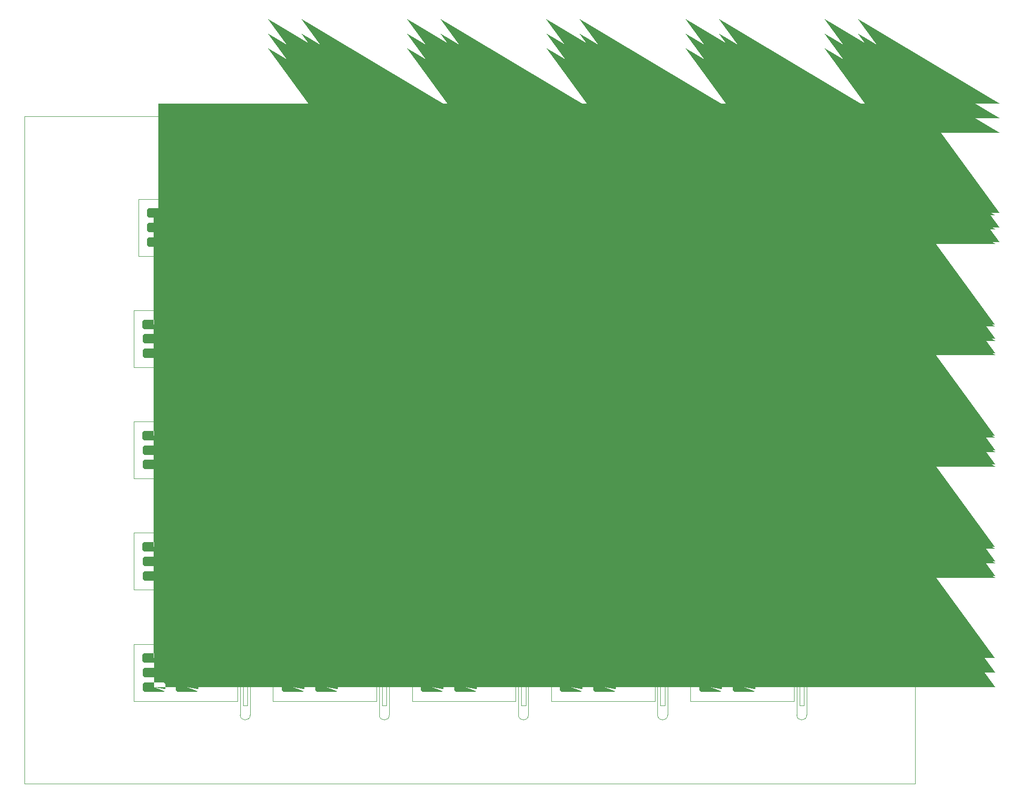
<source format=gbr>
G04 EasyPC Gerber Version 20.0.2 Build 4112 *
G04 #@! TF.Part,Single*
G04 #@! TF.FileFunction,Paste,Bot *
%FSLAX35Y35*%
%MOIN*%
%ADD11C,0.00004*%
%ADD14C,0.00079*%
G04 #@! TA.AperFunction,WasherPad*
%AMT88*0 Rounded Rectangle Pad at angle 90*4,1,56,0.08068,-0.01491,0.08068,0.01491,0.08054,0.01715,0.08014,0.01935,0.07948,0.02148,0.07856,0.02352,0.07740,0.02543,0.07602,0.02719,0.07444,0.02878,0.07268,0.03015,0.07077,0.03131,0.06873,0.03223,0.06659,0.03289,0.06439,0.03330,0.06216,0.03343,-0.06216,0.03343,-0.06439,0.03330,-0.06659,0.03290,-0.06872,0.03223,-0.07076,0.03131,-0.07268,0.03016,-0.07444,0.02878,-0.07602,0.02720,-0.07740,0.02544,-0.07856,0.02352,-0.07947,0.02148,-0.08014,0.01935,-0.08054,0.01715,-0.08068,0.01491,-0.08068,-0.01491,-0.08054,-0.01715,-0.08014,-0.01935,-0.07948,-0.02148,-0.07856,-0.02352,-0.07740,-0.02543,-0.07602,-0.02719,-0.07444,-0.02878,-0.07268,-0.03015,-0.07077,-0.03131,-0.06873,-0.03223,-0.06659,-0.03289,-0.06439,-0.03330,-0.06216,-0.03343,0.06216,-0.03343,0.06439,-0.03330,0.06659,-0.03290,0.06872,-0.03223,0.07076,-0.03131,0.07268,-0.03016,0.07444,-0.02878,0.07602,-0.02720,0.07740,-0.02544,0.07856,-0.02352,0.07947,-0.02148,0.08014,-0.01935,0.08054,-0.01715,0.08068,-0.01491,0*%
%ADD88T88*%
X0Y0D02*
D02*
D11*
X77413Y137346D02*
Y177665D01*
X147432Y177673*
X150637Y177665*
Y174520*
X154972*
Y174720*
X150838*
Y180287*
G75*
G02X159503I4333*
G01*
Y128102*
G75*
G02X150838I-4333*
G01*
Y166299*
X154972*
Y166500*
X150637*
Y137362*
X77413Y137346*
Y216087D02*
Y256406D01*
X147432Y256413*
X150637Y256406*
Y253260*
X154972*
Y253461*
X150838*
Y259028*
G75*
G02X159503I4333*
G01*
Y206843*
G75*
G02X150838I-4333*
G01*
Y245039*
X154972*
Y245240*
X150637*
Y216102*
X77413Y216087*
Y294827D02*
Y335146D01*
X147432Y335154*
X150637Y335146*
Y332000*
X154972*
Y332201*
X150838*
Y337768*
G75*
G02X159503I4333*
G01*
Y285583*
G75*
G02X150838I-4333*
G01*
Y323780*
X154972*
Y323980*
X150637*
Y294843*
X77413Y294827*
X77436Y58622D02*
X150669D01*
Y91335*
X154613*
Y101925*
X157755*
Y55622*
X154613*
Y89331*
X152641*
Y48764*
G75*
G03X159724I3541*
G01*
Y97815*
X159771Y102543*
G75*
G03X152641I-3565*
G01*
Y98961*
X77417*
X77436Y98941*
Y58622*
X80602Y373583D02*
Y413898D01*
X150684Y413925*
Y410772*
X155019*
Y410972*
X150881*
Y419996*
G75*
G02X153669Y422783I2787*
G01*
X159363*
G75*
G02X162106Y420041J-2743*
G01*
Y358581*
G75*
G02X159374Y355850I-2731*
G01*
X153654*
G75*
G02X150881Y358623J2773*
G01*
Y402551*
X154731*
Y402752*
X150684*
Y373614*
X80602Y373583*
X175838Y137346D02*
Y177665D01*
X245857Y177673*
X249062Y177665*
Y174520*
X253397*
Y174720*
X249263*
Y180287*
G75*
G02X257928I4333*
G01*
Y128102*
G75*
G02X249263I-4333*
G01*
Y166299*
X253397*
Y166500*
X249062*
Y137362*
X175838Y137346*
Y216087D02*
Y256406D01*
X245857Y256413*
X249062Y256406*
Y253260*
X253397*
Y253461*
X249263*
Y259028*
G75*
G02X257928I4333*
G01*
Y206843*
G75*
G02X249263I-4333*
G01*
Y245039*
X253397*
Y245240*
X249062*
Y216102*
X175838Y216087*
Y294827D02*
Y335146D01*
X245857Y335154*
X249062Y335146*
Y332000*
X253397*
Y332201*
X249263*
Y337768*
G75*
G02X257928I4333*
G01*
Y285583*
G75*
G02X249263I-4333*
G01*
Y323780*
X253397*
Y323980*
X249062*
Y294843*
X175838Y294827*
X175861Y58622D02*
X249094D01*
Y91335*
X253039*
Y101925*
X256180*
Y55622*
X253039*
Y89331*
X251066*
Y48764*
G75*
G03X258149I3541*
G01*
Y97815*
X258196Y102543*
G75*
G03X251066I-3565*
G01*
Y98961*
X175842*
X175861Y98941*
Y58622*
X179027Y373583D02*
Y413898D01*
X249109Y413925*
Y410772*
X253444*
Y410972*
X249306*
Y419996*
G75*
G02X252094Y422783I2787*
G01*
X257788*
G75*
G02X260531Y420041J-2743*
G01*
Y358581*
G75*
G02X257800Y355850I-2731*
G01*
X252079*
G75*
G02X249306Y358623J2773*
G01*
Y402551*
X253157*
Y402752*
X249109*
Y373614*
X179027Y373583*
X274263Y137346D02*
Y177665D01*
X344283Y177673*
X347487Y177665*
Y174520*
X351822*
Y174720*
X347688*
Y180287*
G75*
G02X356354I4333*
G01*
Y128102*
G75*
G02X347688I-4333*
G01*
Y166299*
X351822*
Y166500*
X347487*
Y137362*
X274263Y137346*
Y216087D02*
Y256406D01*
X344283Y256413*
X347487Y256406*
Y253260*
X351822*
Y253461*
X347688*
Y259028*
G75*
G02X356354I4333*
G01*
Y206843*
G75*
G02X347688I-4333*
G01*
Y245039*
X351822*
Y245240*
X347487*
Y216102*
X274263Y216087*
Y294827D02*
Y335146D01*
X344283Y335154*
X347487Y335146*
Y332000*
X351822*
Y332201*
X347688*
Y337768*
G75*
G02X356354I4333*
G01*
Y285583*
G75*
G02X347688I-4333*
G01*
Y323780*
X351822*
Y323980*
X347487*
Y294843*
X274263Y294827*
X274287Y58622D02*
X347519D01*
Y91335*
X351464*
Y101925*
X354606*
Y55622*
X351464*
Y89331*
X349491*
Y48764*
G75*
G03X356574I3541*
G01*
Y97815*
X356621Y102543*
G75*
G03X349491I-3565*
G01*
Y98961*
X274267*
X274287Y98941*
Y58622*
X277452Y373583D02*
Y413898D01*
X347535Y413925*
Y410772*
X351869*
Y410972*
X347731*
Y419996*
G75*
G02X350519Y422783I2787*
G01*
X356213*
G75*
G02X358956Y420041J-2743*
G01*
Y358581*
G75*
G02X356225Y355850I-2731*
G01*
X350504*
G75*
G02X347731Y358623J2773*
G01*
Y402551*
X351582*
Y402752*
X347535*
Y373614*
X277452Y373583*
X372688Y137346D02*
Y177665D01*
X442708Y177673*
X445913Y177665*
Y174520*
X450247*
Y174720*
X446113*
Y180287*
G75*
G02X454779I4333*
G01*
Y128102*
G75*
G02X446113I-4333*
G01*
Y166299*
X450247*
Y166500*
X445913*
Y137362*
X372688Y137346*
Y216087D02*
Y256406D01*
X442708Y256413*
X445913Y256406*
Y253260*
X450247*
Y253461*
X446113*
Y259028*
G75*
G02X454779I4333*
G01*
Y206843*
G75*
G02X446113I-4333*
G01*
Y245039*
X450247*
Y245240*
X445913*
Y216102*
X372688Y216087*
Y294827D02*
Y335146D01*
X442708Y335154*
X445913Y335146*
Y332000*
X450247*
Y332201*
X446113*
Y337768*
G75*
G02X454779I4333*
G01*
Y285583*
G75*
G02X446113I-4333*
G01*
Y323780*
X450247*
Y323980*
X445913*
Y294843*
X372688Y294827*
X372712Y58622D02*
X445944D01*
Y91335*
X449889*
Y101925*
X453031*
Y55622*
X449889*
Y89331*
X447917*
Y48764*
G75*
G03X454999I3541*
G01*
Y97815*
X455046Y102543*
G75*
G03X447917I-3565*
G01*
Y98961*
X372692*
X372712Y98941*
Y58622*
X375877Y373583D02*
Y413898D01*
X445960Y413925*
Y410772*
X450294*
Y410972*
X446157*
Y419996*
G75*
G02X448944Y422783I2787*
G01*
X454638*
G75*
G02X457381Y420041J-2743*
G01*
Y358581*
G75*
G02X454650Y355850I-2731*
G01*
X448930*
G75*
G02X446157Y358623J2773*
G01*
Y402551*
X450007*
Y402752*
X445960*
Y373614*
X375877Y373583*
X471113Y137346D02*
Y177665D01*
X541133Y177673*
X544338Y177665*
Y174520*
X548672*
Y174720*
X544539*
Y180287*
G75*
G02X553204I4333*
G01*
Y128102*
G75*
G02X544539I-4333*
G01*
Y166299*
X548672*
Y166500*
X544338*
Y137362*
X471113Y137346*
Y216087D02*
Y256406D01*
X541133Y256413*
X544338Y256406*
Y253260*
X548672*
Y253461*
X544539*
Y259028*
G75*
G02X553204I4333*
G01*
Y206843*
G75*
G02X544539I-4333*
G01*
Y245039*
X548672*
Y245240*
X544338*
Y216102*
X471113Y216087*
Y294827D02*
Y335146D01*
X541133Y335154*
X544338Y335146*
Y332000*
X548672*
Y332201*
X544539*
Y337768*
G75*
G02X553204I4333*
G01*
Y285583*
G75*
G02X544539I-4333*
G01*
Y323780*
X548672*
Y323980*
X544338*
Y294843*
X471113Y294827*
X471137Y58622D02*
X544369D01*
Y91335*
X548314*
Y101925*
X551456*
Y55622*
X548314*
Y89331*
X546342*
Y48764*
G75*
G03X553424I3541*
G01*
Y97815*
X553472Y102543*
G75*
G03X546342I-3565*
G01*
Y98961*
X471117*
X471137Y98941*
Y58622*
X474302Y373583D02*
Y413898D01*
X544385Y413925*
Y410772*
X548720*
Y410972*
X544582*
Y419996*
G75*
G02X547369Y422783I2787*
G01*
X553063*
G75*
G02X555806Y420041J-2743*
G01*
Y358581*
G75*
G02X553075Y355850I-2731*
G01*
X547355*
G75*
G02X544582Y358623J2773*
G01*
Y402551*
X548432*
Y402752*
X544385*
Y373614*
X474302Y373583*
D02*
D14*
X39Y39D02*
X629961D01*
Y472480*
X39*
Y39*
D02*
D88*
X91558Y89016D03*
Y167756D03*
Y246496D03*
Y325236D03*
X91627Y68543D03*
Y78780D03*
Y147283D03*
Y157520D03*
Y226024D03*
Y236260D03*
Y304764D03*
Y315000D03*
X94708Y403976D03*
X94777Y383504D03*
Y393740D03*
X115180Y89016D03*
Y167756D03*
Y246496D03*
Y325236D03*
X115249Y68543D03*
Y78780D03*
Y147283D03*
Y157520D03*
Y226024D03*
Y236260D03*
Y304764D03*
Y315000D03*
X118330Y403976D03*
X118399Y383504D03*
Y393740D03*
X189983Y89016D03*
Y167756D03*
Y246496D03*
Y325236D03*
X190052Y68543D03*
Y78780D03*
Y147283D03*
Y157520D03*
Y226024D03*
Y236260D03*
Y304764D03*
Y315000D03*
X193133Y403976D03*
X193202Y383504D03*
Y393740D03*
X213606Y89016D03*
Y167756D03*
Y246496D03*
Y325236D03*
X213674Y68543D03*
Y78780D03*
Y147283D03*
Y157520D03*
Y226024D03*
Y236260D03*
Y304764D03*
Y315000D03*
X216755Y403976D03*
X216824Y383504D03*
Y393740D03*
X288409Y89016D03*
Y167756D03*
Y246496D03*
Y325236D03*
X288478Y68543D03*
Y78780D03*
Y147283D03*
Y157520D03*
Y226024D03*
Y236260D03*
Y304764D03*
Y315000D03*
X291558Y403976D03*
X291627Y383504D03*
Y393740D03*
X312031Y89016D03*
Y167756D03*
Y246496D03*
Y325236D03*
X312100Y68543D03*
Y78780D03*
Y147283D03*
Y157520D03*
Y226024D03*
Y236260D03*
Y304764D03*
Y315000D03*
X315180Y403976D03*
X315249Y383504D03*
Y393740D03*
X386834Y89016D03*
Y167756D03*
Y246496D03*
Y325236D03*
X386903Y68543D03*
Y78780D03*
Y147283D03*
Y157520D03*
Y226024D03*
Y236260D03*
Y304764D03*
Y315000D03*
X389983Y403976D03*
X390052Y383504D03*
Y393740D03*
X410456Y89016D03*
Y167756D03*
Y246496D03*
Y325236D03*
X410525Y68543D03*
Y78780D03*
Y147283D03*
Y157520D03*
Y226024D03*
Y236260D03*
Y304764D03*
Y315000D03*
X413606Y403976D03*
X413674Y383504D03*
Y393740D03*
X485259Y89016D03*
Y167756D03*
Y246496D03*
Y325236D03*
X485328Y68543D03*
Y78780D03*
Y147283D03*
Y157520D03*
Y226024D03*
Y236260D03*
Y304764D03*
Y315000D03*
X488409Y403976D03*
X488478Y383504D03*
Y393740D03*
X508881Y89016D03*
Y167756D03*
Y246496D03*
Y325236D03*
X508950Y68543D03*
Y78780D03*
Y147283D03*
Y157520D03*
Y226024D03*
Y236260D03*
Y304764D03*
Y315000D03*
X512031Y403976D03*
X512100Y383504D03*
Y393740D03*
X0Y0D02*
M02*

</source>
